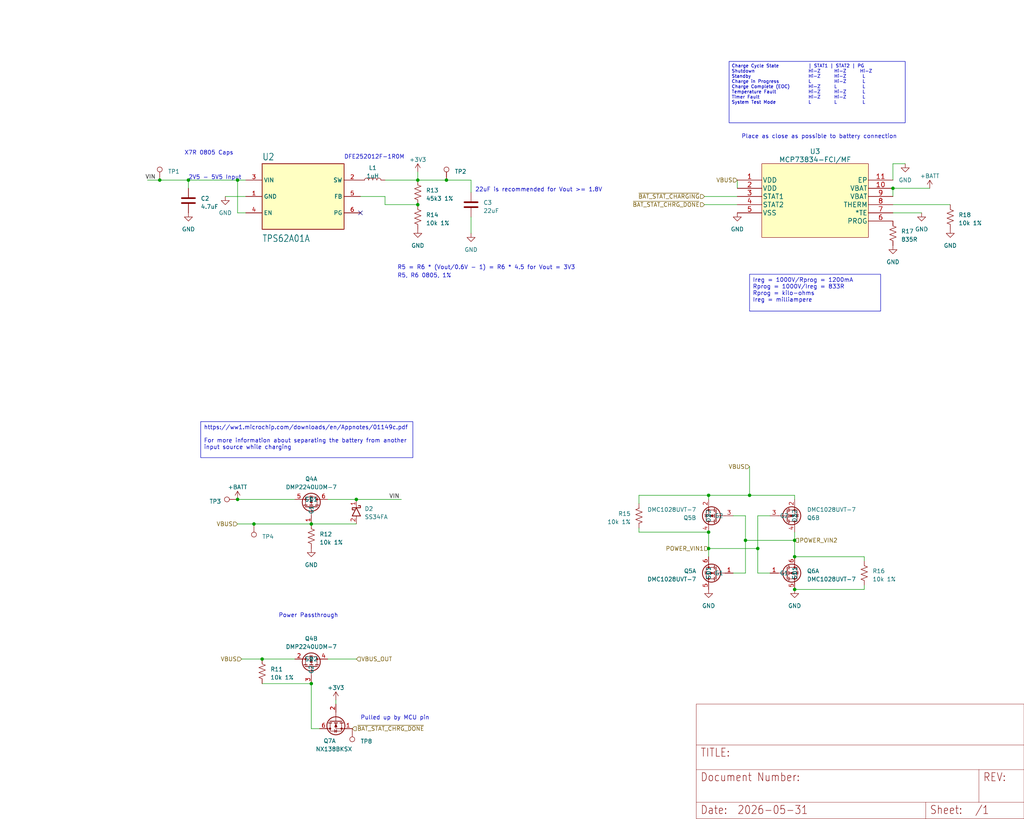
<source format=kicad_sch>
(kicad_sch (version 20230121) (generator eeschema)
  (paper "User" 317.5 254.051)
  (lib_symbols
    (symbol "Connector:TestPoint" (pin_numbers hide) (pin_names (offset 0.762) hide)
      (property "Reference" "TP" (at 0 6.858 0))
      (property "Value" "TestPoint" (at 0 5.08 0))
      (symbol "TestPoint_0_1"
        (circle (center 0 3.302) (radius 0.762))
      )
      (symbol "TestPoint_1_1"
        (pin passive line (at 0 0 90) (length 2.54) (name "1") (number "1"))
      )
    )
    (symbol "Device:C" (pin_numbers hide) (pin_names (offset 0.254))
      (property "Reference" "C" (at 0.635 2.54 0))
      (property "Value" "C" (at 0.635 -2.54 0))
      (symbol "C_0_1"
        (polyline (pts (xy -2.032 -0.762) (xy 2.032 -0.762)) (stroke (width 0.508)))
        (polyline (pts (xy -2.032 0.762) (xy 2.032 0.762)) (stroke (width 0.508)))
      )
      (symbol "C_1_1"
        (pin passive line (at 0 3.81 270) (length 2.794) (name "~") (number "1"))
        (pin passive line (at 0 -3.81 90) (length 2.794) (name "~") (number "2"))
      )
    )
    (symbol "Device:L" (pin_numbers hide) (pin_names (offset 1.016) hide)
      (property "Reference" "L" (at -1.27 0 90))
      (property "Value" "L" (at 1.905 0 90))
      (symbol "L_0_1"
        (arc (start 0 -2.54) (mid 0.6323 -1.905) (end 0 -1.27))
        (arc (start 0 -1.27) (mid 0.6323 -0.635) (end 0 0))
        (arc (start 0 0) (mid 0.6323 0.635) (end 0 1.27))
        (arc (start 0 1.27) (mid 0.6323 1.905) (end 0 2.54))
      )
      (symbol "L_1_1"
        (pin passive line (at 0 3.81 270) (length 1.27) (name "1") (number "1"))
        (pin passive line (at 0 -3.81 90) (length 1.27) (name "2") (number "2"))
      )
    )
    (symbol "Device:R_US" (pin_numbers hide) (pin_names (offset 0))
      (property "Reference" "R" (at 2.54 0 90))
      (property "Value" "R_US" (at -2.54 0 90))
      (symbol "R_US_0_1"
        (polyline (pts (xy 0 -2.286) (xy 0 -2.54)))
        (polyline (pts (xy 0 2.286) (xy 0 2.54)))
        (polyline (pts (xy 0 -0.762) (xy 1.016 -1.143) (xy 0 -1.524) (xy -1.016 -1.905) (xy 0 -2.286)))
        (polyline (pts (xy 0 0.762) (xy 1.016 0.381) (xy 0 0) (xy -1.016 -0.381) (xy 0 -0.762)))
        (polyline (pts (xy 0 2.286) (xy 1.016 1.905) (xy 0 1.524) (xy -1.016 1.143) (xy 0 0.762)))
      )
      (symbol "R_US_1_1"
        (pin passive line (at 0 3.81 270) (length 1.27) (name "~") (number "1"))
        (pin passive line (at 0 -3.81 90) (length 1.27) (name "~") (number "2"))
      )
    )
    (symbol "Eros Tracker-eagle-import:FRAME_A_L"
      (symbol "FRAME_A_L_1_0"
        (polyline (pts (xy 0 43.18) (xy 3.81 43.18)))
        (polyline (pts (xy 0 86.36) (xy 3.81 86.36)))
        (polyline (pts (xy 0 129.54) (xy 3.81 129.54)))
        (polyline (pts (xy 0 172.72) (xy 3.81 172.72)))
        (polyline (pts (xy 3.81 3.81) (xy 3.81 212.09)))
        (polyline (pts (xy 46.5667 0) (xy 46.5667 3.81)))
        (polyline (pts (xy 93.1333 0) (xy 93.1333 3.81)))
        (polyline (pts (xy 139.7 0) (xy 139.7 3.81)))
        (polyline (pts (xy 186.2667 0) (xy 186.2667 3.81)))
        (polyline (pts (xy 232.8333 0) (xy 232.8333 3.81)))
        (polyline (pts (xy 275.59 3.81) (xy 275.59 212.09)))
        (polyline (pts (xy 275.59 43.18) (xy 279.4 43.18)))
        (polyline (pts (xy 275.59 86.36) (xy 279.4 86.36)))
        (polyline (pts (xy 275.59 129.54) (xy 279.4 129.54)))
        (polyline (pts (xy 275.59 172.72) (xy 279.4 172.72)))
        (polyline (pts (xy 275.59 212.09) (xy 3.81 212.09)))
        (polyline (pts (xy 0 0) (xy 279.4 0) (xy 279.4 215.9) (xy 0 215.9) (xy 0 0)))
        (text "1" (at 23.2833 213.995 0) (effects (font (size 2.54 2.286))))
        (text "2" (at 69.85 213.995 0) (effects (font (size 2.54 2.286))))
        (text "3" (at 116.4167 213.995 0) (effects (font (size 2.54 2.286))))
        (text "4" (at 162.9833 213.995 0) (effects (font (size 2.54 2.286))))
        (text "5" (at 209.55 213.995 0) (effects (font (size 2.54 2.286))))
        (text "6" (at 256.1167 213.995 0) (effects (font (size 2.54 2.286))))
        (text "A" (at 1.905 194.31 0) (effects (font (size 2.54 2.286))))
        (text "A" (at 277.495 194.31 0) (effects (font (size 2.54 2.286))))
        (text "B" (at 1.905 151.13 0) (effects (font (size 2.54 2.286))))
        (text "B" (at 277.495 151.13 0) (effects (font (size 2.54 2.286))))
        (text "C" (at 1.905 107.95 0) (effects (font (size 2.54 2.286))))
        (text "C" (at 277.495 107.95 0) (effects (font (size 2.54 2.286))))
        (text "D" (at 1.905 64.77 0) (effects (font (size 2.54 2.286))))
        (text "D" (at 277.495 64.77 0) (effects (font (size 2.54 2.286))))
        (text "E" (at 1.905 21.59 0) (effects (font (size 2.54 2.286))))
        (text "E" (at 277.495 21.59 0) (effects (font (size 2.54 2.286))))
      )
      (symbol "FRAME_A_L_2_0"
        (polyline (pts (xy 0 0) (xy 0 5.08)) (stroke (width 0.1016)))
        (polyline (pts (xy 0 0) (xy 71.12 0)) (stroke (width 0.1016)))
        (polyline (pts (xy 0 5.08) (xy 0 15.24)) (stroke (width 0.1016)))
        (polyline (pts (xy 0 5.08) (xy 71.12 5.08)) (stroke (width 0.1016)))
        (polyline (pts (xy 0 15.24) (xy 0 22.86)) (stroke (width 0.1016)))
        (polyline (pts (xy 0 22.86) (xy 0 35.56)) (stroke (width 0.1016)))
        (polyline (pts (xy 0 22.86) (xy 101.6 22.86)) (stroke (width 0.1016)))
        (polyline (pts (xy 71.12 0) (xy 101.6 0)) (stroke (width 0.1016)))
        (polyline (pts (xy 71.12 5.08) (xy 71.12 0)) (stroke (width 0.1016)))
        (polyline (pts (xy 71.12 5.08) (xy 87.63 5.08)) (stroke (width 0.1016)))
        (polyline (pts (xy 87.63 5.08) (xy 101.6 5.08)) (stroke (width 0.1016)))
        (polyline (pts (xy 87.63 15.24) (xy 0 15.24)) (stroke (width 0.1016)))
        (polyline (pts (xy 87.63 15.24) (xy 87.63 5.08)) (stroke (width 0.1016)))
        (polyline (pts (xy 101.6 5.08) (xy 101.6 0)) (stroke (width 0.1016)))
        (polyline (pts (xy 101.6 15.24) (xy 87.63 15.24)) (stroke (width 0.1016)))
        (polyline (pts (xy 101.6 15.24) (xy 101.6 5.08)) (stroke (width 0.1016)))
        (polyline (pts (xy 101.6 22.86) (xy 101.6 15.24)) (stroke (width 0.1016)))
        (polyline (pts (xy 101.6 35.56) (xy 0 35.56)) (stroke (width 0.1016)))
        (polyline (pts (xy 101.6 35.56) (xy 101.6 22.86)) (stroke (width 0.1016)))
        (text "${#}/${##}" (at 86.36 1.27 0) (effects (font (size 2.54 2.159)) (justify left bottom)))
        (text "${CURRENT_DATE}" (at 12.7 1.27 0) (effects (font (size 2.54 2.159)) (justify left bottom)))
        (text "${PROJECTNAME}" (at 17.78 19.05 0) (effects (font (size 2.54 2.159)) (justify left bottom)))
        (text "Date:" (at 1.27 1.27 0) (effects (font (size 2.54 2.159)) (justify left bottom)))
        (text "Document Number:" (at 1.27 11.43 0) (effects (font (size 2.54 2.159)) (justify left bottom)))
        (text "REV:" (at 88.9 11.43 0) (effects (font (size 2.54 2.159)) (justify left bottom)))
        (text "Sheet:" (at 72.39 1.27 0) (effects (font (size 2.54 2.159)) (justify left bottom)))
        (text "TITLE:" (at 1.27 19.05 0) (effects (font (size 2.54 2.159)) (justify left bottom)))
      )
    )
    (symbol "Eros Tracker:DMC1028UVT-7"
      (property "Reference" "Q" (at 2.54 6.35 0))
      (property "Value" "DMC1028UVT-7" (at 2.54 3.81 0))
      (symbol "DMC1028UVT-7_0_1"
        (circle (center -0.889 0) (radius 2.794) (stroke (width 0.254)))
        (circle (center 0 -1.778) (radius 0.254) (fill (type outline)))
        (polyline (pts (xy -2.286 0) (xy -5.08 0)))
        (polyline (pts (xy -2.286 1.905) (xy -2.286 -1.905)) (stroke (width 0.254)))
        (polyline (pts (xy -1.778 -1.27) (xy -1.778 -2.286)) (stroke (width 0.254)))
        (polyline (pts (xy -1.778 0.508) (xy -1.778 -0.508)) (stroke (width 0.254)))
        (polyline (pts (xy -1.778 2.286) (xy -1.778 1.27)) (stroke (width 0.254)))
        (polyline (pts (xy 0 2.54) (xy 0 1.778)))
        (polyline (pts (xy 0 -2.54) (xy 0 0) (xy -1.778 0)))
        (polyline (pts (xy -1.778 -1.778) (xy 0.762 -1.778) (xy 0.762 1.778) (xy -1.778 1.778)))
        (circle (center 0 1.778) (radius 0.254) (fill (type outline)))
      )
      (symbol "DMC1028UVT-7_1_1"
        (polyline (pts (xy -1.524 0) (xy -0.508 0.381) (xy -0.508 -0.381) (xy -1.524 0)) (fill (type outline)))
        (polyline (pts (xy 0.254 0.508) (xy 0.381 0.381) (xy 1.143 0.381) (xy 1.27 0.254)))
        (polyline (pts (xy 0.762 0.381) (xy 0.381 -0.254) (xy 1.143 -0.254) (xy 0.762 0.381)))
        (pin input line (at -7.62 0 0) (length 2.54) (name "G1") (number "1"))
        (pin passive line (at 0 -5.08 90) (length 2.54) (name "S1") (number "5"))
        (pin passive line (at 0 5.08 270) (length 2.54) (name "D1") (number "6"))
      )
      (symbol "DMC1028UVT-7_2_1"
        (polyline (pts (xy -0.2794 0) (xy -1.2954 0.381) (xy -1.2954 -0.381) (xy -0.2794 0)) (fill (type outline)))
        (polyline (pts (xy 0.254 -0.508) (xy 0.381 -0.381) (xy 1.143 -0.381) (xy 1.27 -0.254)))
        (polyline (pts (xy 0.762 -0.381) (xy 0.381 0.254) (xy 1.143 0.254) (xy 0.762 -0.381)))
        (pin passive line (at 0 -5.08 90) (length 2.54) (name "S2") (number "2"))
        (pin input line (at -7.62 0 0) (length 2.54) (name "G2") (number "3"))
        (pin passive line (at 0 5.08 270) (length 2.54) (name "D2") (number "4"))
      )
    )
    (symbol "Eros Tracker:DMP2240UDM-7"
      (property "Reference" "Q" (at 2.54 7.62 0))
      (property "Value" "DMP2240UDM-7" (at 2.54 5.08 0))
      (symbol "DMP2240UDM-7_0_1"
        (circle (center -0.889 0) (radius 2.794) (stroke (width 0.254)))
        (circle (center 0 -1.778) (radius 0.254) (fill (type outline)))
        (polyline (pts (xy -2.286 0) (xy -5.08 0)))
        (polyline (pts (xy -2.286 1.905) (xy -2.286 -1.905)) (stroke (width 0.254)))
        (polyline (pts (xy -1.778 -1.27) (xy -1.778 -2.286)) (stroke (width 0.254)))
        (polyline (pts (xy -1.778 0.508) (xy -1.778 -0.508)) (stroke (width 0.254)))
        (polyline (pts (xy -1.778 2.286) (xy -1.778 1.27)) (stroke (width 0.254)))
        (polyline (pts (xy 0 2.54) (xy 0 1.778)))
        (polyline (pts (xy 0 -2.54) (xy 0 0) (xy -1.778 0)))
        (polyline (pts (xy -1.778 -1.778) (xy 0.762 -1.778) (xy 0.762 1.778) (xy -1.778 1.778)))
        (polyline (pts (xy 0 0) (xy -1.016 0.381) (xy -1.016 -0.381) (xy 0 0)) (fill (type outline)))
        (polyline (pts (xy 0.254 -0.508) (xy 0.381 -0.381) (xy 1.143 -0.381) (xy 1.27 -0.254)))
        (polyline (pts (xy 0.762 -0.381) (xy 0.381 0.254) (xy 1.143 0.254) (xy 0.762 -0.381)))
        (circle (center 0 1.778) (radius 0.254) (fill (type outline)))
      )
      (symbol "DMP2240UDM-7_1_1"
        (pin passive line (at -7.62 0 0) (length 2.54) (name "G1") (number "1"))
        (pin passive line (at 0 -5.08 90) (length 2.54) (name "S1") (number "5"))
        (pin passive line (at 0 5.08 270) (length 2.54) (name "D1") (number "6"))
      )
      (symbol "DMP2240UDM-7_2_1"
        (pin passive line (at 0 -5.08 90) (length 2.54) (name "S2") (number "2"))
        (pin passive line (at -7.62 0 0) (length 2.54) (name "G2") (number "3"))
        (pin passive line (at 0 5.08 270) (length 2.54) (name "D2") (number "4"))
      )
    )
    (symbol "Eros Tracker:MCP73834-FCI/MF" (pin_names (offset 0.254))
      (property "Reference" "U" (at 8.89 6.35 0))
      (property "Value" "MCP73834-FCI/MF" (at 29.21 -19.05 0))
      (symbol "MCP73834-FCI/MF_1_1"
        (rectangle (start 7.62 5.08) (end 40.64 -17.78) (fill (type background)))
        (pin unspecified line (at 0 0 0) (length 7.62) (name "VDD") (number "1"))
        (pin unspecified line (at 48.26 -2.54 180) (length 7.62) (name "VBAT") (number "10"))
        (pin unspecified line (at 48.26 0 180) (length 7.62) (name "EP") (number "11"))
        (pin unspecified line (at 0 -2.54 0) (length 7.62) (name "VDD") (number "2"))
        (pin unspecified line (at 0 -5.08 0) (length 7.62) (name "STAT1") (number "3"))
        (pin unspecified line (at 0 -7.62 0) (length 7.62) (name "STAT2") (number "4"))
        (pin unspecified line (at 0 -10.16 0) (length 7.62) (name "VSS") (number "5"))
        (pin unspecified line (at 48.26 -12.7 180) (length 7.62) (name "PROG") (number "6"))
        (pin unspecified line (at 48.26 -10.16 180) (length 7.62) (name "*TE") (number "7"))
        (pin unspecified line (at 48.26 -7.62 180) (length 7.62) (name "THERM") (number "8"))
        (pin unspecified line (at 48.26 -5.08 180) (length 7.62) (name "VBAT") (number "9"))
      )
    )
    (symbol "Eros Tracker:NX138BKSX" (pin_names hide)
      (property "Reference" "Q" (at 2.54 5.588 0))
      (property "Value" "NX138BKSX" (at 3.81 3.556 0))
      (symbol "NX138BKSX_0_1"
        (circle (center -0.889 0) (radius 2.794) (stroke (width 0.254)))
        (circle (center 0 -1.778) (radius 0.254) (fill (type outline)))
        (polyline (pts (xy -2.286 0) (xy -5.08 0)))
        (polyline (pts (xy -2.286 1.905) (xy -2.286 -1.905)) (stroke (width 0.254)))
        (polyline (pts (xy -1.778 -1.27) (xy -1.778 -2.286)) (stroke (width 0.254)))
        (polyline (pts (xy -1.778 0.508) (xy -1.778 -0.508)) (stroke (width 0.254)))
        (polyline (pts (xy -1.778 2.286) (xy -1.778 1.27)) (stroke (width 0.254)))
        (polyline (pts (xy 0 2.54) (xy 0 1.778)))
        (polyline (pts (xy 0 -2.54) (xy 0 0) (xy -1.778 0)))
        (polyline (pts (xy -1.778 -1.778) (xy 0.762 -1.778) (xy 0.762 1.778) (xy -1.778 1.778)))
        (polyline (pts (xy -1.524 0) (xy -0.508 0.381) (xy -0.508 -0.381) (xy -1.524 0)) (fill (type outline)))
        (polyline (pts (xy 0.254 0.508) (xy 0.381 0.381) (xy 1.143 0.381) (xy 1.27 0.254)))
        (polyline (pts (xy 0.762 0.381) (xy 0.381 -0.254) (xy 1.143 -0.254) (xy 0.762 0.381)))
        (circle (center 0 1.778) (radius 0.254) (fill (type outline)))
      )
      (symbol "NX138BKSX_1_1"
        (pin passive line (at 0 -5.08 90) (length 2.54) (name "S1") (number "1"))
        (pin input line (at -7.62 0 0) (length 2.54) (name "G1") (number "2"))
        (pin passive line (at 0 5.08 270) (length 2.54) (name "D1") (number "6"))
      )
      (symbol "NX138BKSX_2_1"
        (pin passive line (at 0 5.08 270) (length 2.54) (name "D2") (number "3"))
        (pin passive line (at 0 -5.08 90) (length 2.54) (name "S2") (number "4"))
        (pin input line (at -7.62 0 0) (length 2.54) (name "G2") (number "5"))
      )
    )
    (symbol "Eros Tracker:SS34FA" (pin_names hide)
      (property "Reference" "D" (at 12.7 8.89 0))
      (property "Value" "SS34FA" (at 12.7 6.35 0))
      (symbol "SS34FA_0_1"
        (polyline (pts (xy 7.6708 1.27) (xy 7.6708 -1.27) (xy 5.1308 0) (xy 7.6708 1.27)) (stroke (width 0.254)))
        (polyline (pts (xy 4.4958 0.635) (xy 4.4958 1.27) (xy 5.1308 1.27) (xy 5.1308 -1.27) (xy 5.7658 -1.27) (xy 5.7658 -0.635)) (stroke (width 0.254)))
      )
      (symbol "SS34FA_1_1"
        (pin passive line (at 2.54 0 0) (length 2.54) (name "K") (number "1"))
        (pin passive line (at 10.16 0 180) (length 2.54) (name "A") (number "2"))
      )
    )
    (symbol "Eros Tracker:TPS62A01A"
      (property "Reference" "U?" (at -12.7 10.16 0))
      (property "Value" "TPS62A01A" (at 0 10.16 0))
      (symbol "TPS62A01A_0_1"
        (rectangle (start -12.7 10.16) (end 12.7 -10.16) (stroke (width 0.254)) (fill (type background)))
      )
      (symbol "TPS62A01A_1_0"
        (pin power_in line (at -17.78 0 0) (length 5.08) (name "GND") (number "1"))
        (pin output line (at 17.78 5.08 180) (length 5.08) (name "SW") (number "2"))
        (pin power_in line (at -17.78 5.08 0) (length 5.08) (name "VIN") (number "3"))
        (pin input line (at -17.78 -5.08 0) (length 5.08) (name "EN") (number "4"))
        (pin power_in line (at 17.78 0 180) (length 5.08) (name "FB") (number "5"))
        (pin output line (at 17.78 -5.08 180) (length 5.08) (name "PG") (number "6"))
      )
    )
    (symbol "power:+3V3" (power) (pin_names (offset 0))
      (property "Value" "+3V3" (at 0 3.556 0))
      (symbol "+3V3_0_1"
        (polyline (pts (xy -0.762 1.27) (xy 0 2.54)))
        (polyline (pts (xy 0 0) (xy 0 2.54)))
        (polyline (pts (xy 0 2.54) (xy 0.762 1.27)))
      )
      (symbol "+3V3_1_1"
        (pin power_in line (at 0 0 90) (length 0) hide (name "+3V3") (number "1"))
      )
    )
    (symbol "power:+BATT" (power) (pin_names (offset 0))
      (property "Value" "+BATT" (at 0 3.556 0))
      (symbol "+BATT_0_1"
        (polyline (pts (xy -0.762 1.27) (xy 0 2.54)))
        (polyline (pts (xy 0 0) (xy 0 2.54)))
        (polyline (pts (xy 0 2.54) (xy 0.762 1.27)))
      )
      (symbol "+BATT_1_1"
        (pin power_in line (at 0 0 90) (length 0) hide (name "+BATT") (number "1"))
      )
    )
    (symbol "power:GND" (power) (pin_names (offset 0))
      (property "Value" "GND" (at 0 -3.81 0))
      (symbol "GND_0_1"
        (polyline (pts (xy 0 0) (xy 0 -1.27) (xy 1.27 -1.27) (xy 0 -2.54) (xy -1.27 -1.27) (xy 0 -1.27)))
      )
      (symbol "GND_1_1"
        (pin power_in line (at 0 0 270) (length 0) hide (name "GND") (number "1"))
      )
    )
  )
  (junction (at 58.42 55.88))
  (junction (at 96.52 212.09))
  (junction (at 129.54 55.88))
  (junction (at 81.28 204.47))
  (junction (at 219.71 153.67))
  (junction (at 129.54 63.5))
  (junction (at 78.74 162.56))
  (junction (at 138.43 55.88))
  (junction (at 219.71 170.18))
  (junction (at 234.95 170.18))
  (junction (at 231.14 167.64))
  (junction (at 276.86 58.42))
  (junction (at 246.38 167.64))
  (junction (at 232.41 153.67))
  (junction (at 96.52 162.56))
  (junction (at 49.53 55.88))
  (junction (at 246.38 182.88))
  (junction (at 110.49 154.94))
  (junction (at 219.71 165.1))
  (junction (at 73.66 154.94))
  (junction (at 73.66 55.88))
  (junction (at 246.38 172.72))
  (no_connect (at 111.76 66.04))
  (wire (pts (xy 231.14 177.8) (xy 227.33 177.8)))
  (wire (pts (xy 129.54 63.5) (xy 119.38 63.5)))
  (wire (pts (xy 218.44 63.5) (xy 228.6 63.5)))
  (wire (pts (xy 231.14 167.64) (xy 246.38 167.64)))
  (wire (pts (xy 96.52 162.56) (xy 110.49 162.56)))
  (wire (pts (xy 231.14 167.64) (xy 231.14 177.8)))
  (wire (pts (xy 101.6 204.47) (xy 110.49 204.47)))
  (wire (pts (xy 219.71 170.18) (xy 219.71 172.72)))
  (wire (pts (xy 246.38 153.67) (xy 246.38 154.94)))
  (wire (pts (xy 234.95 170.18) (xy 234.95 177.8)))
  (wire (pts (xy 227.33 160.02) (xy 231.14 160.02)))
  (wire (pts (xy 198.12 153.67) (xy 219.71 153.67)))
  (wire (pts (xy 267.97 182.88) (xy 246.38 182.88)))
  (wire (pts (xy 219.71 165.1) (xy 198.12 165.1)))
  (wire (pts (xy 280.67 50.8) (xy 276.86 50.8)))
  (wire (pts (xy 234.95 170.18) (xy 219.71 170.18)))
  (wire (pts (xy 146.05 59.69) (xy 146.05 55.88)))
  (wire (pts (xy 73.66 162.56) (xy 78.74 162.56)))
  (wire (pts (xy 146.05 55.88) (xy 138.43 55.88)))
  (wire (pts (xy 246.38 167.64) (xy 246.38 172.72)))
  (wire (pts (xy 232.41 153.67) (xy 246.38 153.67)))
  (wire (pts (xy 276.86 50.8) (xy 276.86 55.88)))
  (wire (pts (xy 246.38 165.1) (xy 246.38 167.64)))
  (wire (pts (xy 104.14 218.44) (xy 104.14 217.17)))
  (wire (pts (xy 119.38 55.88) (xy 129.54 55.88)))
  (wire (pts (xy 267.97 172.72) (xy 267.97 173.99)))
  (wire (pts (xy 228.6 55.88) (xy 228.6 58.42)))
  (wire (pts (xy 276.86 58.42) (xy 288.29 58.42)))
  (wire (pts (xy 198.12 156.21) (xy 198.12 153.67)))
  (wire (pts (xy 119.38 60.96) (xy 111.76 60.96)))
  (wire (pts (xy 119.38 63.5) (xy 119.38 60.96)))
  (wire (pts (xy 234.95 177.8) (xy 238.76 177.8)))
  (wire (pts (xy 78.74 162.56) (xy 96.52 162.56)))
  (wire (pts (xy 73.66 154.94) (xy 91.44 154.94)))
  (wire (pts (xy 232.41 144.78) (xy 232.41 153.67)))
  (wire (pts (xy 285.75 66.04) (xy 276.86 66.04)))
  (wire (pts (xy 218.44 60.96) (xy 228.6 60.96)))
  (wire (pts (xy 96.52 212.09) (xy 96.52 226.06)))
  (wire (pts (xy 238.76 160.02) (xy 234.95 160.02)))
  (wire (pts (xy 74.93 204.47) (xy 81.28 204.47)))
  (wire (pts (xy 276.86 63.5) (xy 294.64 63.5)))
  (wire (pts (xy 81.28 204.47) (xy 91.44 204.47)))
  (wire (pts (xy 45.72 55.88) (xy 49.53 55.88)))
  (wire (pts (xy 73.66 55.88) (xy 76.2 55.88)))
  (wire (pts (xy 219.71 153.67) (xy 219.71 154.94)))
  (wire (pts (xy 58.42 55.88) (xy 73.66 55.88)))
  (wire (pts (xy 232.41 153.67) (xy 219.71 153.67)))
  (wire (pts (xy 267.97 181.61) (xy 267.97 182.88)))
  (wire (pts (xy 69.85 60.96) (xy 76.2 60.96)))
  (wire (pts (xy 246.38 172.72) (xy 267.97 172.72)))
  (wire (pts (xy 219.71 165.1) (xy 219.71 170.18)))
  (wire (pts (xy 101.6 154.94) (xy 110.49 154.94)))
  (wire (pts (xy 110.49 154.94) (xy 124.46 154.94)))
  (wire (pts (xy 138.43 55.88) (xy 129.54 55.88)))
  (wire (pts (xy 198.12 165.1) (xy 198.12 163.83)))
  (wire (pts (xy 234.95 160.02) (xy 234.95 170.18)))
  (wire (pts (xy 81.28 212.09) (xy 96.52 212.09)))
  (wire (pts (xy 96.52 226.06) (xy 99.06 226.06)))
  (wire (pts (xy 58.42 58.42) (xy 58.42 55.88)))
  (wire (pts (xy 73.66 66.04) (xy 73.66 55.88)))
  (wire (pts (xy 146.05 67.31) (xy 146.05 72.39)))
  (wire (pts (xy 76.2 66.04) (xy 73.66 66.04)))
  (wire (pts (xy 129.54 53.34) (xy 129.54 55.88)))
  (wire (pts (xy 49.53 55.88) (xy 58.42 55.88)))
  (wire (pts (xy 276.86 58.42) (xy 276.86 60.96)))
  (wire (pts (xy 231.14 160.02) (xy 231.14 167.64)))
  (text_box "https://ww1.microchip.com/downloads/en/Appnotes/01149c.pdf\n\nFor more information about separating the battery from another input source while charging" (at 62.23 130.81 0) (size 65.786 11.176) (effects (font (size 1.27 1.27)) (justify left top)))
  (text_box "Charge Cycle State		| STAT1 | STAT2 | PG\nShutdown				Hi-Z	Hi-Z 	Hi-Z\nStandby					Hi-Z	Hi-Z 	 L\nCharge in Progress 		L		Hi-Z	 L\nCharge Complete (EOC)	Hi-Z	L		 L\nTemperature Fault		Hi-Z	Hi-Z 	 L\nTimer Fault				Hi-Z	Hi-Z	 L\nSystem Test Mode 		L		L	 	 L" (at 226.06 19.05 0) (size 54.61 19.05) (effects (font (size 1 1)) (justify left top)))
  (text_box "Ireg = 1000V/Rprog = 1200mA\nRprog = 1000V/Ireg = 833R\nRprog = kilo-ohms\nIreg = milliampere\n\n" (at 232.41 85.09 0) (size 40.64 11.43) (effects (font (size 1.27 1.27)) (justify left top)))
  (text "22uF is recommended for Vout >= 1.8V" (at 147.32 59.69 0) (effects (font (size 1.27 1.27)) (justify left bottom)))
  (text "R5 = R6 * (Vout/0.6V - 1) = R6 * 4.5 for Vout = 3V3" (at 123.19 83.82 0) (effects (font (size 1.27 1.27)) (justify left bottom)))
  (text "Power Passthrough" (at 86.36 191.77 0) (effects (font (size 1.27 1.27)) (justify left bottom)))
  (text "2V5 - 5V5 Input" (at 58.42 55.88 0) (effects (font (size 1.27 1.27)) (justify left bottom)))
  (text "Pulled up by MCU pin" (at 111.76 223.52 0) (effects (font (size 1.27 1.27)) (justify left bottom)))
  (text "X7R 0805 Caps" (at 57.15 48.26 0) (effects (font (size 1.27 1.27)) (justify left bottom)))
  (text "DFE252012F-1R0M" (at 106.68 49.53 0) (effects (font (size 1.27 1.27)) (justify left bottom)))
  (text "Place as close as possible to battery connection\n" (at 229.87 43.18 0) (effects (font (size 1.27 1.27)) (justify left bottom)))
  (text "R5, R6 0805, 1%" (at 123.19 86.36 0) (effects (font (size 1.27 1.27)) (justify left bottom)))
  (label "VIN" (at 48.26 55.88 180) (property "Intersheetrefs" "${INTERSHEET_REFS}" (effects hide)))
  (label "VIN" (at 120.65 154.94 0))
  (hierarchical_label "~{BAT_STAT_CHARGING}" (shape input) (at 218.44 60.96 180))
  (hierarchical_label "~{BAT_STAT_CHRG_DONE}" (shape input) (at 109.22 226.06 0))
  (hierarchical_label "VBUS" (shape input) (at 228.6 55.88 180))
  (hierarchical_label "VBUS_OUT" (shape input) (at 110.49 204.47 0))
  (hierarchical_label "POWER_VIN1" (shape input) (at 219.71 170.18 180))
  (hierarchical_label "VBUS" (shape input) (at 74.93 204.47 180))
  (hierarchical_label "VBUS" (shape input) (at 232.41 144.78 180))
  (hierarchical_label "~{BAT_STAT_CHRG_DONE}" (shape input) (at 218.44 63.5 180))
  (hierarchical_label "POWER_VIN2" (shape input) (at 246.38 167.64 0))
  (hierarchical_label "VBUS" (shape input) (at 73.66 162.56 180))
  (symbol (lib_id "Device:R_US") (at 276.86 72.39 0) (unit 1)
    (property "Reference" "R17" (at 279.4 71.755 0) (effects (justify left)))
    (property "Value" "835R" (at 279.4 74.295 0) (effects (justify left)))
    (property "Footprint" "Resistor_SMD:R_0805_2012Metric" (effects hide))
    (property "Manufacturer_Name" "YAGEO" (effects hide))
    (property "Manufacturer_Part_Number" "RT0805BRD07835RL" (effects hide))
    (property "Mouser Part Number" "603-RT0805BRD07835RL" (effects hide))
    (property "Mouser Price/Stock" "https://www.mouser.com/ProductDetail/YAGEO/RT0805BRD07835RL?qs=bQfrgN9vNvzHHHkM%2FzGPqA%3D%3D" (effects hide))
  )
  (symbol (lib_id "power:+BATT") (at 288.29 58.42 0) (unit 1)
    (property "Reference" "#PWR031" (effects hide))
    (property "Value" "+BATT" (at 288.29 54.61 0))
  )
  (symbol (lib_id "power:GND") (at 246.38 182.88 0) (unit 1)
    (property "Reference" "#PWR027" (effects hide))
    (property "Value" "GND" (at 246.38 187.96 0))
  )
  (symbol (lib_id "power:GND") (at 276.86 76.2 0) (unit 1)
    (property "Reference" "#PWR028" (effects hide))
    (property "Value" "GND" (at 276.86 81.28 0))
  )
  (symbol (lib_id "Connector:TestPoint") (at 78.74 162.56 180) (unit 1) (in_bom no)
    (property "Reference" "TP4" (at 81.28 166.497 0) (effects (justify right)))
    (property "Value" "TestPoint" (effects hide))
    (property "Footprint" "TestPoint:TestPoint_Pad_D1.0mm" (effects hide))
  )
  (symbol (lib_id "Eros Tracker:MCP73834-FCI/MF") (at 228.6 55.88 0) (unit 1)
    (property "Reference" "U3" (at 252.73 46.99 0) (effects (font (size 1.524 1.524))))
    (property "Value" "MCP73834-FCI/MF" (at 252.73 49.53 0) (effects (font (size 1.524 1.524))))
    (property "Footprint" "Eros Tracker:MCP73834-FCI-MF" (effects hide))
    (property "Datasheet" "https://ww1.microchip.com/downloads/en/DeviceDoc/22005b.pdf" (effects hide))
    (property "Manufacturer_Name" "Microchip" (effects hide))
    (property "Manufacturer_Part_Number" "MCP73834T-FCI/MF " (effects hide))
    (property "Mouser Part Number" "579-MCP73834T-FCI/MF " (effects hide))
    (property "Mouser Price/Stock" "https://www.mouser.com/ProductDetail/Microchip-Technology/MCP73834T-FCI-MF?qs=jZi1jxfVU94zI3ynUSdAkQ%3D%3D" (effects hide))
  )
  (symbol (lib_id "Device:R_US") (at 96.52 166.37 0) (unit 1)
    (property "Reference" "R12" (at 99.06 165.735 0) (effects (justify left)))
    (property "Value" "10k 1%" (at 99.06 168.275 0) (effects (justify left)))
    (property "Footprint" "Resistor_SMD:R_0402_1005Metric" (effects hide))
    (property "Manufacturer_Name" "YAGEO" (effects hide))
    (property "Manufacturer_Part_Number" "RT0402FRE0710KL" (effects hide))
    (property "Mouser Part Number" "603-RT0402FRE0710KL" (effects hide))
    (property "Mouser Price/Stock" "https://www.mouser.com/ProductDetail/YAGEO/RT0402FRE0710KL?qs=BXCcY9r%252B08Amup7nMFKW1g%3D%3D" (effects hide))
  )
  (symbol (lib_id "Connector:TestPoint") (at 49.53 55.88 0) (unit 1) (in_bom no)
    (property "Reference" "TP1" (at 52.07 53.213 0) (effects (justify left)))
    (property "Value" "TestPoint" (effects hide))
    (property "Footprint" "TestPoint:TestPoint_Pad_D1.0mm" (effects hide))
  )
  (symbol (lib_id "power:+3V3") (at 129.54 53.34 0) (unit 1)
    (property "Reference" "#PWR022" (effects hide))
    (property "Value" "+3V3" (at 129.54 49.53 0))
  )
  (symbol (lib_id "Device:C") (at 58.42 62.23 0) (unit 1)
    (property "Reference" "C2" (at 62.23 61.595 0) (effects (justify left)))
    (property "Value" "4.7uF" (at 62.23 64.135 0) (effects (justify left)))
    (property "Footprint" "Capacitor_SMD:C_0805_2012Metric" (effects hide))
    (property "Manufacturer_Name" "Murata" (effects hide))
    (property "Manufacturer_Part_Number" "GRM21BR71C475KE51L" (effects hide))
    (property "Mouser Part Number" "81-GRM21BR71C475KE1L" (effects hide))
    (property "Mouser Price/Stock" "https://www.mouser.com/ProductDetail/Murata-Electronics/GRM21BR71C475KE51L?qs=eeBpzGFlv%252B%252BCR4pji%2FtFiA%3D%3D" (effects hide))
  )
  (symbol (lib_id "Eros Tracker:DMC1028UVT-7") (at 219.71 160.02 180) (unit 2)
    (property "Reference" "Q5" (at 215.9 160.655 0) (effects (justify left)))
    (property "Value" "DMC1028UVT-7" (at 215.9 158.115 0) (effects (justify left)))
    (property "Footprint" "Eros Tracker:SOT95P285X140-6N" (effects hide))
    (property "Datasheet" "https://www.diodes.com/assets/Datasheets/DMC1028UVT.pdf" (effects hide))
    (property "Height" "1" (effects hide))
    (property "Mouser Part Number" "621-DMC1028UVT-7" (effects hide))
    (property "Mouser Price/Stock" "https://www.mouser.co.uk/ProductDetail/Diodes-Incorporated/DMC1028UVT-7?qs=OTrKUuiFdkZYi%2FbpWRju2g%3D%3D" (effects hide))
    (property "Manufacturer_Name" "Diodes Inc." (effects hide))
    (property "Manufacturer_Part_Number" "DMC1028UVT-7" (effects hide))
  )
  (symbol (lib_id "Device:R_US") (at 81.28 208.28 0) (unit 1)
    (property "Reference" "R11" (at 83.82 207.645 0) (effects (justify left)))
    (property "Value" "10k 1%" (at 83.82 210.185 0) (effects (justify left)))
    (property "Footprint" "Resistor_SMD:R_0402_1005Metric" (effects hide))
    (property "Manufacturer_Name" "YAGEO" (effects hide))
    (property "Manufacturer_Part_Number" "RT0402FRE0710KL" (effects hide))
    (property "Mouser Part Number" "603-RT0402FRE0710KL" (effects hide))
    (property "Mouser Price/Stock" "https://www.mouser.com/ProductDetail/YAGEO/RT0402FRE0710KL?qs=BXCcY9r%252B08Amup7nMFKW1g%3D%3D" (effects hide))
  )
  (symbol (lib_id "power:GND") (at 58.42 66.04 0) (unit 1)
    (property "Reference" "#PWR018" (effects hide))
    (property "Value" "GND" (at 58.42 71.12 0))
  )
  (symbol (lib_id "Eros Tracker:DMC1028UVT-7") (at 246.38 160.02 0) (mirror x) (unit 2)
    (property "Reference" "Q6" (at 250.19 160.655 0) (effects (justify left)))
    (property "Value" "DMC1028UVT-7" (at 250.19 158.115 0) (effects (justify left)))
    (property "Footprint" "Eros Tracker:SOT95P285X140-6N" (effects hide))
    (property "Datasheet" "https://www.diodes.com/assets/Datasheets/DMC1028UVT.pdf" (effects hide))
    (property "Height" "1" (effects hide))
    (property "Mouser Part Number" "621-DMC1028UVT-7" (effects hide))
    (property "Mouser Price/Stock" "https://www.mouser.co.uk/ProductDetail/Diodes-Incorporated/DMC1028UVT-7?qs=OTrKUuiFdkZYi%2FbpWRju2g%3D%3D" (effects hide))
    (property "Manufacturer_Name" "Diodes Inc." (effects hide))
    (property "Manufacturer_Part_Number" "DMC1028UVT-7" (effects hide))
  )
  (symbol (lib_id "Device:R_US") (at 294.64 67.31 0) (unit 1)
    (property "Reference" "R18" (at 297.18 66.675 0) (effects (justify left)))
    (property "Value" "10k 1%" (at 297.18 69.215 0) (effects (justify left)))
    (property "Footprint" "Resistor_SMD:R_0402_1005Metric" (effects hide))
    (property "Manufacturer_Name" "YAGEO" (effects hide))
    (property "Manufacturer_Part_Number" "RT0402FRE0710KL" (effects hide))
    (property "Mouser Part Number" "603-RT0402FRE0710KL" (effects hide))
    (property "Mouser Price/Stock" "https://www.mouser.com/ProductDetail/YAGEO/RT0402FRE0710KL?qs=BXCcY9r%252B08Amup7nMFKW1g%3D%3D" (effects hide))
  )
  (symbol (lib_id "power:GND") (at 294.64 71.12 0) (unit 1)
    (property "Reference" "#PWR032" (effects hide))
    (property "Value" "GND" (at 294.64 76.2 0))
  )
  (symbol (lib_id "power:GND") (at 129.54 71.12 0) (unit 1)
    (property "Reference" "#PWR023" (effects hide))
    (property "Value" "GND" (at 129.54 76.2 0))
  )
  (symbol (lib_id "Eros Tracker:DMP2240UDM-7") (at 96.52 204.47 270) (mirror x) (unit 2)
    (property "Reference" "Q4" (at 96.52 198.12 90))
    (property "Value" "DMP2240UDM-7" (at 96.52 200.66 90))
    (property "Footprint" "Eros Tracker:SOT95P285X140-6N" (effects hide))
    (property "Datasheet" "https://www.diodes.com/assets/Datasheets/ds31197.pdf" (effects hide))
    (property "Height" "1.4" (effects hide))
    (property "Mouser Part Number" "621-DMP2240UDM-7" (effects hide))
    (property "Mouser Price/Stock" "https://www.mouser.co.uk/ProductDetail/Diodes-Incorporated/DMP2240UDM-7?qs=mno522deGfakW12JLK9H1A%3D%3D" (effects hide))
    (property "Manufacturer_Name" "Diodes Inc." (effects hide))
    (property "Manufacturer_Part_Number" "DMP2240UDM-7" (effects hide))
  )
  (symbol (lib_id "Device:C") (at 146.05 63.5 0) (unit 1)
    (property "Reference" "C3" (at 149.86 62.865 0) (effects (justify left)))
    (property "Value" "22uF" (at 149.86 65.405 0) (effects (justify left)))
    (property "Footprint" "Capacitor_SMD:C_0805_2012Metric" (effects hide))
    (property "Manufacturer_Name" "Murata" (effects hide))
    (property "Manufacturer_Part_Number" "GRM21BZ70J226ME44L" (effects hide))
    (property "Mouser Part Number" "81-GRM21BZ70J226ME4L" (effects hide))
    (property "Mouser Price/Stock" "https://www.mouser.com/ProductDetail/Murata-Electronics/GRM21BZ70J226ME44L?qs=gt1LBUVyoHk1niSPiXLfGQ%3D%3D" (effects hide))
  )
  (symbol (lib_id "Eros Tracker:SS34FA") (at 110.49 152.4 270) (unit 1)
    (property "Reference" "D2" (at 113.03 157.8483 90) (effects (justify left)))
    (property "Value" "SS34FA" (at 113.03 160.3883 90) (effects (justify left)))
    (property "Footprint" "Eros Tracker:SODFL3618X143N" (effects hide))
    (property "Datasheet" "http://www.onsemi.com/pub/Collateral/SS36FA-D.pdf" (effects hide))
    (property "Height" "1.43" (effects hide))
    (property "Mouser Part Number" "512-SS34FA" (effects hide))
    (property "Mouser Price/Stock" "https://www.mouser.co.uk/ProductDetail/onsemi-Fairchild/SS34FA?qs=R26iFe%2FkX%2FK1QUwZdCmBBw%3D%3D" (effects hide))
    (property "Manufacturer_Name" "onsemi" (effects hide))
    (property "Manufacturer_Part_Number" "SS34FA" (effects hide))
  )
  (symbol (lib_id "power:+BATT") (at 73.66 154.94 0) (unit 1)
    (property "Reference" "#PWR020" (effects hide))
    (property "Value" "+BATT" (at 73.66 151.13 0))
  )
  (symbol (lib_id "power:+3V3") (at 104.14 217.17 0) (unit 1)
    (property "Reference" "#PWR042" (effects hide))
    (property "Value" "+3V3" (at 104.14 213.36 0))
  )
  (symbol (lib_id "Device:L") (at 115.57 55.88 90) (unit 1)
    (property "Reference" "L1" (at 115.57 52.07 90))
    (property "Value" "1uH" (at 115.57 54.61 90))
    (property "Footprint" "Eros Tracker:DFE2HCAH1R0MJ0L" (effects hide))
    (property "Manufacturer_Name" "Murata" (effects hide))
    (property "Manufacturer_Part_Number" "DFE252012F-1R0M=P2 " (effects hide))
    (property "Mouser Part Number" "81-DFE252012F-1R0MP2 " (effects hide))
    (property "Mouser Price/Stock" "https://www.mouser.com/ProductDetail/Murata-Electronics/DFE252012F-1R0M%3dP2?qs=ty6qhqyUUEtPvXJAIo0Pnw%3D%3D" (effects hide))
    (property "Height" "1.3" (effects hide))
  )
  (symbol (lib_id "power:GND") (at 96.52 170.18 0) (unit 1)
    (property "Reference" "#PWR021" (effects hide))
    (property "Value" "GND" (at 96.52 175.26 0))
  )
  (symbol (lib_id "power:GND") (at 228.6 66.04 0) (unit 1)
    (property "Reference" "#PWR026" (effects hide))
    (property "Value" "GND" (at 228.6 71.12 0))
  )
  (symbol (lib_id "power:GND") (at 280.67 50.8 0) (unit 1)
    (property "Reference" "#PWR029" (effects hide))
    (property "Value" "GND" (at 280.67 55.88 0))
  )
  (symbol (lib_id "Device:R_US") (at 129.54 59.69 0) (unit 1)
    (property "Reference" "R13" (at 132.08 59.055 0) (effects (justify left)))
    (property "Value" "45k3 1%" (at 132.08 61.595 0) (effects (justify left)))
    (property "Footprint" "Resistor_SMD:R_0402_1005Metric" (effects hide))
    (property "Manufacturer_Name" "Susumu" (effects hide))
    (property "Manufacturer_Part_Number" "RR0510P-4532-D" (effects hide))
    (property "Mouser Part Number" "754-RR0510P-4532D" (effects hide))
    (property "Mouser Price/Stock" "https://www.mouser.com/ProductDetail/Susumu/RR0510P-4532-D?qs=nCAm%252BcMdy9zLSwWLfDgxhg%3D%3D" (effects hide))
  )
  (symbol (lib_id "Device:R_US") (at 198.12 160.02 0) (mirror y) (unit 1)
    (property "Reference" "R15" (at 195.58 159.385 0) (effects (justify left)))
    (property "Value" "10k 1%" (at 195.58 161.925 0) (effects (justify left)))
    (property "Footprint" "Resistor_SMD:R_0402_1005Metric" (effects hide))
    (property "Manufacturer_Name" "YAGEO" (effects hide))
    (property "Manufacturer_Part_Number" "RT0402FRE0710KL" (effects hide))
    (property "Mouser Part Number" "603-RT0402FRE0710KL" (effects hide))
    (property "Mouser Price/Stock" "https://www.mouser.com/ProductDetail/YAGEO/RT0402FRE0710KL?qs=BXCcY9r%252B08Amup7nMFKW1g%3D%3D" (effects hide))
  )
  (symbol (lib_id "power:GND") (at 285.75 66.04 0) (unit 1)
    (property "Reference" "#PWR030" (effects hide))
    (property "Value" "GND" (at 285.75 71.12 0))
  )
  (symbol (lib_id "Device:R_US") (at 129.54 67.31 0) (unit 1)
    (property "Reference" "R14" (at 132.08 66.675 0) (effects (justify left)))
    (property "Value" "10k 1%" (at 132.08 69.215 0) (effects (justify left)))
    (property "Footprint" "Resistor_SMD:R_0402_1005Metric" (effects hide))
    (property "Manufacturer_Name" "YAGEO" (effects hide))
    (property "Manufacturer_Part_Number" "RT0402FRE0710KL" (effects hide))
    (property "Mouser Part Number" "603-RT0402FRE0710KL" (effects hide))
    (property "Mouser Price/Stock" "https://www.mouser.com/ProductDetail/YAGEO/RT0402FRE0710KL?qs=BXCcY9r%252B08Amup7nMFKW1g%3D%3D" (effects hide))
  )
  (symbol (lib_id "Eros Tracker:TPS62A01A") (at 93.98 60.96 0) (unit 1)
    (property "Reference" "U2" (at 81.28 49.8 0) (effects (font (size 2.0828 1.7703)) (justify left bottom)))
    (property "Value" "TPS62A01A" (at 81.28 75.12 0) (effects (font (size 2.0828 1.7703)) (justify left bottom)))
    (property "Footprint" "Eros Tracker:TPS62A0xA-SOT-563" (effects hide))
    (property "Datasheet" "https://www.ti.com/lit/ds/symlink/tps62a02a.pdf" (effects hide))
    (property "Manufacturer_Name" "Texas Instruments" (effects hide))
    (property "Manufacturer_Part_Number" "TPS62A01ADRLR " (effects hide))
    (property "Mouser Part Number" "595-TPS62A01ADRLR" (effects hide))
    (property "Mouser Price/Stock" "https://www.mouser.com/ProductDetail/Texas-Instruments/TPS62A01ADRLR?qs=tlsG%2FOw5FFjxQ1CGo801Kw%3D%3D" (effects hide))
  )
  (symbol (lib_id "Connector:TestPoint") (at 73.66 154.94 90) (mirror x) (unit 1) (in_bom no)
    (property "Reference" "TP3" (at 68.58 155.575 90) (effects (justify left)))
    (property "Value" "TestPoint" (effects hide))
    (property "Footprint" "TestPoint:TestPoint_Pad_D1.0mm" (effects hide))
  )
  (symbol (lib_id "Connector:TestPoint") (at 138.43 55.88 0) (unit 1) (in_bom no)
    (property "Reference" "TP2" (at 140.97 53.213 0) (effects (justify left)))
    (property "Value" "TestPoint" (effects hide))
    (property "Footprint" "TestPoint:TestPoint_Pad_D1.0mm" (effects hide))
  )
  (symbol (lib_id "power:GND") (at 69.85 60.96 0) (unit 1)
    (property "Reference" "#PWR019" (effects hide))
    (property "Value" "GND" (at 69.85 66.04 0))
  )
  (symbol (lib_id "Eros Tracker-eagle-import:FRAME_A_L") (at 215.9 254 0) (unit 2)
    (property "Reference" "#FRAME2" (effects hide))
    (property "Value" "FRAME_A_L" (effects hide))
  )
  (symbol (lib_id "power:GND") (at 146.05 72.39 0) (unit 1)
    (property "Reference" "#PWR024" (effects hide))
    (property "Value" "GND" (at 146.05 77.47 0))
  )
  (symbol (lib_id "Eros Tracker:DMP2240UDM-7") (at 96.52 154.94 270) (mirror x) (unit 1)
    (property "Reference" "Q4" (at 96.52 148.59 90))
    (property "Value" "DMP2240UDM-7" (at 96.52 151.13 90))
    (property "Footprint" "Eros Tracker:SOT95P285X140-6N" (effects hide))
    (property "Datasheet" "https://www.diodes.com/assets/Datasheets/ds31197.pdf" (effects hide))
    (property "Height" "1.4" (effects hide))
    (property "Mouser Part Number" "621-DMP2240UDM-7" (effects hide))
    (property "Mouser Price/Stock" "https://www.mouser.co.uk/ProductDetail/Diodes-Incorporated/DMP2240UDM-7?qs=mno522deGfakW12JLK9H1A%3D%3D" (effects hide))
    (property "Manufacturer_Name" "Diodes Inc." (effects hide))
    (property "Manufacturer_Part_Number" "DMP2240UDM-7" (effects hide))
  )
  (symbol (lib_id "Eros Tracker:DMC1028UVT-7") (at 246.38 177.8 0) (unit 1)
    (property "Reference" "Q6" (at 250.19 177.165 0) (effects (justify left)))
    (property "Value" "DMC1028UVT-7" (at 250.19 179.705 0) (effects (justify left)))
    (property "Footprint" "Eros Tracker:SOT95P285X140-6N" (effects hide))
    (property "Datasheet" "https://www.diodes.com/assets/Datasheets/DMC1028UVT.pdf" (effects hide))
    (property "Height" "1" (effects hide))
    (property "Mouser Part Number" "621-DMC1028UVT-7" (effects hide))
    (property "Mouser Price/Stock" "https://www.mouser.co.uk/ProductDetail/Diodes-Incorporated/DMC1028UVT-7?qs=OTrKUuiFdkZYi%2FbpWRju2g%3D%3D" (effects hide))
    (property "Manufacturer_Name" "Diodes Inc." (effects hide))
    (property "Manufacturer_Part_Number" "DMC1028UVT-7" (effects hide))
  )
  (symbol (lib_id "Eros Tracker:NX138BKSX") (at 104.14 226.06 90) (mirror x) (unit 1)
    (property "Reference" "Q7" (at 104.14 229.87 90) (effects (justify left)))
    (property "Value" "NX138BKSX" (at 109.22 232.41 90) (effects (justify left)))
    (property "Footprint" "Eros Tracker:SOT65P210X110-6N" (effects hide))
    (property "Datasheet" "https://assets.nexperia.com/documents/data-sheet/NX138BKS.pdf" (effects hide))
    (property "Height" "1.1" (effects hide))
    (property "Mouser Part Number" "771-NX138BKSX" (effects hide))
    (property "Mouser Price/Stock" "https://www.mouser.co.uk/ProductDetail/Nexperia/NX138BKSX?qs=1fQ7IOp4WrgA%2FWbRCM6BQA%3D%3D" (effects hide))
    (property "Manufacturer_Name" "Nexperia" (effects hide))
    (property "Manufacturer_Part_Number" "NX138BKSX" (effects hide))
    (instances (project "Eros Tracker" (path "" (reference "Q7") (unit 1)) (path "" (reference "Q1") (unit 1))))
  )
  (symbol (lib_id "Device:R_US") (at 267.97 177.8 0) (unit 1)
    (property "Reference" "R16" (at 270.51 177.165 0) (effects (justify left)))
    (property "Value" "10k 1%" (at 270.51 179.705 0) (effects (justify left)))
    (property "Footprint" "Resistor_SMD:R_0402_1005Metric" (effects hide))
    (property "Manufacturer_Name" "YAGEO" (effects hide))
    (property "Manufacturer_Part_Number" "RT0402FRE0710KL" (effects hide))
    (property "Mouser Part Number" "603-RT0402FRE0710KL" (effects hide))
    (property "Mouser Price/Stock" "https://www.mouser.com/ProductDetail/YAGEO/RT0402FRE0710KL?qs=BXCcY9r%252B08Amup7nMFKW1g%3D%3D" (effects hide))
  )
  (symbol (lib_id "Eros Tracker:DMC1028UVT-7") (at 219.71 177.8 0) (mirror y) (unit 1)
    (property "Reference" "Q5" (at 215.9 177.165 0) (effects (justify left)))
    (property "Value" "DMC1028UVT-7" (at 215.9 179.705 0) (effects (justify left)))
    (property "Footprint" "Eros Tracker:SOT95P285X140-6N" (effects hide))
    (property "Datasheet" "https://www.diodes.com/assets/Datasheets/DMC1028UVT.pdf" (effects hide))
    (property "Height" "1" (effects hide))
    (property "Mouser Part Number" "621-DMC1028UVT-7" (effects hide))
    (property "Mouser Price/Stock" "https://www.mouser.co.uk/ProductDetail/Diodes-Incorporated/DMC1028UVT-7?qs=OTrKUuiFdkZYi%2FbpWRju2g%3D%3D" (effects hide))
    (property "Manufacturer_Name" "Diodes Inc." (effects hide))
    (property "Manufacturer_Part_Number" "DMC1028UVT-7" (effects hide))
  )
  (symbol (lib_id "power:GND") (at 219.71 182.88 0) (unit 1)
    (property "Reference" "#PWR025" (effects hide))
    (property "Value" "GND" (at 219.71 187.96 0))
  )
  (symbol (lib_id "Connector:TestPoint") (at 109.22 226.06 180) (unit 1) (in_bom no)
    (property "Reference" "TP8" (at 111.76 229.997 0) (effects (justify right)))
    (property "Value" "TestPoint" (effects hide))
    (property "Footprint" "TestPoint:TestPoint_Pad_D1.0mm" (effects hide))
  )
)
</source>
